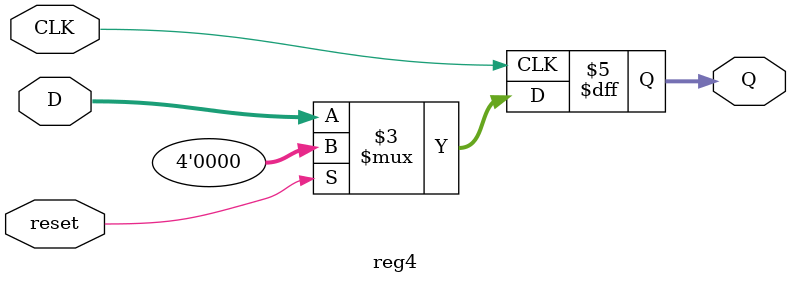
<source format=sv>
module reg4 (reset, CLK, D, Q);
	input reset;
	input CLK;
	input  [3:0]  D;
	output [3:0]  Q;
	reg [3:0] Q;
	always @(posedge CLK)
		if (reset)
			Q = 0;
		else
			Q = D;
endmodule
</source>
